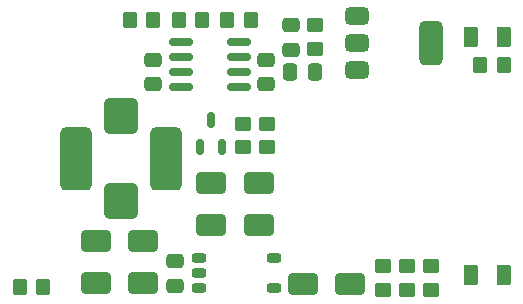
<source format=gtp>
%TF.GenerationSoftware,KiCad,Pcbnew,9.0.7-9.0.7~ubuntu24.04.1*%
%TF.CreationDate,2026-01-05T19:41:27-08:00*%
%TF.ProjectId,BeamBreak-v1,4265616d-4272-4656-916b-2d76312e6b69,1*%
%TF.SameCoordinates,Original*%
%TF.FileFunction,Paste,Top*%
%TF.FilePolarity,Positive*%
%FSLAX46Y46*%
G04 Gerber Fmt 4.6, Leading zero omitted, Abs format (unit mm)*
G04 Created by KiCad (PCBNEW 9.0.7-9.0.7~ubuntu24.04.1) date 2026-01-05 19:41:27*
%MOMM*%
%LPD*%
G01*
G04 APERTURE LIST*
G04 Aperture macros list*
%AMRoundRect*
0 Rectangle with rounded corners*
0 $1 Rounding radius*
0 $2 $3 $4 $5 $6 $7 $8 $9 X,Y pos of 4 corners*
0 Add a 4 corners polygon primitive as box body*
4,1,4,$2,$3,$4,$5,$6,$7,$8,$9,$2,$3,0*
0 Add four circle primitives for the rounded corners*
1,1,$1+$1,$2,$3*
1,1,$1+$1,$4,$5*
1,1,$1+$1,$6,$7*
1,1,$1+$1,$8,$9*
0 Add four rect primitives between the rounded corners*
20,1,$1+$1,$2,$3,$4,$5,0*
20,1,$1+$1,$4,$5,$6,$7,0*
20,1,$1+$1,$6,$7,$8,$9,0*
20,1,$1+$1,$8,$9,$2,$3,0*%
G04 Aperture macros list end*
%ADD10RoundRect,0.250000X0.350000X0.450000X-0.350000X0.450000X-0.350000X-0.450000X0.350000X-0.450000X0*%
%ADD11RoundRect,0.250000X1.000000X0.650000X-1.000000X0.650000X-1.000000X-0.650000X1.000000X-0.650000X0*%
%ADD12RoundRect,0.396240X0.924560X-2.270760X0.924560X2.270760X-0.924560X2.270760X-0.924560X-2.270760X0*%
%ADD13RoundRect,0.426720X0.995680X-1.090930X0.995680X1.090930X-0.995680X1.090930X-0.995680X-1.090930X0*%
%ADD14RoundRect,0.150000X0.825000X0.150000X-0.825000X0.150000X-0.825000X-0.150000X0.825000X-0.150000X0*%
%ADD15RoundRect,0.375000X-0.625000X-0.375000X0.625000X-0.375000X0.625000X0.375000X-0.625000X0.375000X0*%
%ADD16RoundRect,0.500000X-0.500000X-1.400000X0.500000X-1.400000X0.500000X1.400000X-0.500000X1.400000X0*%
%ADD17RoundRect,0.250000X0.450000X-0.350000X0.450000X0.350000X-0.450000X0.350000X-0.450000X-0.350000X0*%
%ADD18RoundRect,0.250000X0.475000X-0.337500X0.475000X0.337500X-0.475000X0.337500X-0.475000X-0.337500X0*%
%ADD19RoundRect,0.250000X-0.375000X-0.625000X0.375000X-0.625000X0.375000X0.625000X-0.375000X0.625000X0*%
%ADD20RoundRect,0.250000X-0.350000X-0.450000X0.350000X-0.450000X0.350000X0.450000X-0.350000X0.450000X0*%
%ADD21RoundRect,0.250000X-0.450000X0.350000X-0.450000X-0.350000X0.450000X-0.350000X0.450000X0.350000X0*%
%ADD22RoundRect,0.250000X-0.337500X-0.475000X0.337500X-0.475000X0.337500X0.475000X-0.337500X0.475000X0*%
%ADD23RoundRect,0.200000X0.400000X0.200000X-0.400000X0.200000X-0.400000X-0.200000X0.400000X-0.200000X0*%
%ADD24RoundRect,0.150000X0.150000X-0.512500X0.150000X0.512500X-0.150000X0.512500X-0.150000X-0.512500X0*%
G04 APERTURE END LIST*
D10*
%TO.C,R1*%
X184464200Y-98196400D03*
X182464200Y-98196400D03*
%TD*%
D11*
%TO.C,D4*%
X183635400Y-116946800D03*
X179635400Y-116946800D03*
%TD*%
D12*
%TO.C,L1*%
X177927000Y-109982000D03*
X185547000Y-109982000D03*
D13*
X181737000Y-113595150D03*
X181737000Y-106368850D03*
%TD*%
D10*
%TO.C,R5*%
X214122000Y-102082600D03*
X212122000Y-102082600D03*
%TD*%
D14*
%TO.C,U2*%
X191755800Y-103886000D03*
X191755800Y-102616000D03*
X191755800Y-101346000D03*
X191755800Y-100076000D03*
X186805800Y-100076000D03*
X186805800Y-101346000D03*
X186805800Y-102616000D03*
X186805800Y-103886000D03*
%TD*%
D15*
%TO.C,U1*%
X201701000Y-97903000D03*
X201701000Y-100203000D03*
D16*
X208001000Y-100203000D03*
D15*
X201701000Y-102503000D03*
%TD*%
D17*
%TO.C,R8*%
X203885800Y-121065800D03*
X203885800Y-119065800D03*
%TD*%
D18*
%TO.C,C4*%
X194030600Y-103653500D03*
X194030600Y-101578500D03*
%TD*%
D19*
%TO.C,D1*%
X211325000Y-99669600D03*
X214125000Y-99669600D03*
%TD*%
D18*
%TO.C,C8*%
X186309000Y-120722300D03*
X186309000Y-118647300D03*
%TD*%
D11*
%TO.C,D6*%
X183635400Y-120502800D03*
X179635400Y-120502800D03*
%TD*%
%TO.C,D7*%
X201110600Y-120599200D03*
X197110600Y-120599200D03*
%TD*%
D17*
%TO.C,R10*%
X207949800Y-121065800D03*
X207949800Y-119065800D03*
%TD*%
D20*
%TO.C,R2*%
X186604400Y-98196400D03*
X188604400Y-98196400D03*
%TD*%
D10*
%TO.C,R11*%
X175142400Y-120878600D03*
X173142400Y-120878600D03*
%TD*%
D20*
%TO.C,R3*%
X190744600Y-98196400D03*
X192744600Y-98196400D03*
%TD*%
D11*
%TO.C,D3*%
X193389000Y-115570000D03*
X189389000Y-115570000D03*
%TD*%
D21*
%TO.C,R4*%
X198120000Y-98695000D03*
X198120000Y-100695000D03*
%TD*%
D11*
%TO.C,D2*%
X193389000Y-112014000D03*
X189389000Y-112014000D03*
%TD*%
D22*
%TO.C,C5*%
X196041100Y-102616000D03*
X198116100Y-102616000D03*
%TD*%
D21*
%TO.C,R9*%
X205917800Y-119065800D03*
X205917800Y-121065800D03*
%TD*%
D23*
%TO.C,U3*%
X194666000Y-120929400D03*
X194666000Y-118389400D03*
X188366000Y-118389400D03*
X188366000Y-119659400D03*
X188366000Y-120929400D03*
%TD*%
D21*
%TO.C,R7*%
X194106800Y-107000800D03*
X194106800Y-109000800D03*
%TD*%
D17*
%TO.C,R6*%
X192074800Y-109000800D03*
X192074800Y-107000800D03*
%TD*%
D19*
%TO.C,D5*%
X211325000Y-119786400D03*
X214125000Y-119786400D03*
%TD*%
D24*
%TO.C,Q1*%
X188381600Y-109011300D03*
X190281600Y-109011300D03*
X189331600Y-106736300D03*
%TD*%
D18*
%TO.C,C3*%
X184429400Y-103653500D03*
X184429400Y-101578500D03*
%TD*%
%TO.C,C1*%
X196088000Y-100732500D03*
X196088000Y-98657500D03*
%TD*%
M02*

</source>
